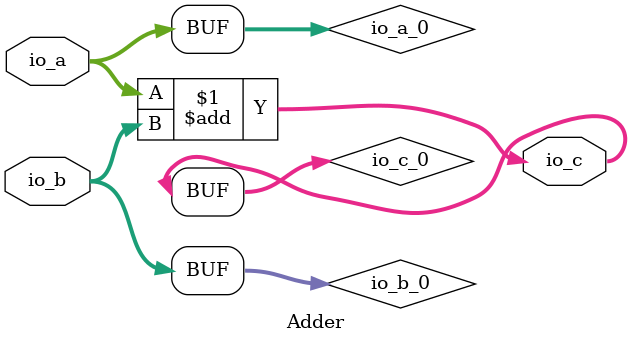
<source format=sv>
module Adder(	// chisel/src/main/scala/examples/Adder.scala:5:7
  input  [7:0] io_a,	// chisel/src/main/scala/examples/Adder.scala:6:14
               io_b,	// chisel/src/main/scala/examples/Adder.scala:6:14
  output [7:0] io_c	// chisel/src/main/scala/examples/Adder.scala:6:14
);

  wire [7:0] io_a_0 = io_a;	// chisel/src/main/scala/examples/Adder.scala:5:7
  wire [7:0] io_b_0 = io_b;	// chisel/src/main/scala/examples/Adder.scala:5:7
  wire [7:0] io_c_0 = io_a_0 + io_b_0;	// chisel/src/main/scala/examples/Adder.scala:5:7, :12:16
  assign io_c = io_c_0;	// chisel/src/main/scala/examples/Adder.scala:5:7
endmodule


</source>
